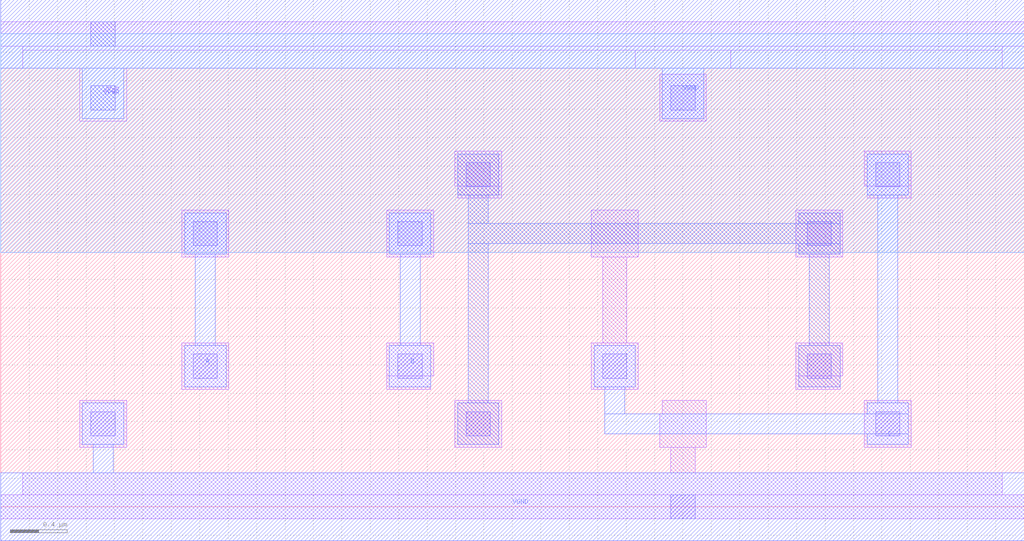
<source format=lef>
VERSION 5.7 ;
  NOWIREEXTENSIONATPIN ON ;
  DIVIDERCHAR "/" ;
  BUSBITCHARS "[]" ;
MACRO MARTIN1989
  CLASS CORE ;
  FOREIGN MARTIN1989 ;
  ORIGIN 0.000 0.000 ;
  SIZE 7.200 BY 3.330 ;
  SYMMETRY X Y ;
  SITE unit ;
  PIN A
    ANTENNAGATEAREA 0.189000 ;
    PORT
      LAYER met1 ;
        RECT 1.295 1.780 1.585 2.070 ;
        RECT 1.370 1.135 1.510 1.780 ;
        RECT 1.295 0.845 1.585 1.135 ;
    END
  END A
  PIN B
    ANTENNAGATEAREA 0.189000 ;
    PORT
      LAYER met1 ;
        RECT 2.735 1.780 3.025 2.070 ;
        RECT 2.810 1.135 2.950 1.780 ;
        RECT 2.735 0.845 3.025 1.135 ;
    END
  END B
  PIN C
    ANTENNAGATEAREA 0.189000 ;
    ANTENNADIFFAREA 1.031650 ;
    PORT
      LAYER met1 ;
        RECT 6.095 2.195 6.385 2.485 ;
        RECT 4.175 0.845 4.465 1.135 ;
        RECT 4.250 0.655 4.390 0.845 ;
        RECT 6.170 0.730 6.310 2.195 ;
        RECT 6.095 0.655 6.385 0.730 ;
        RECT 4.250 0.515 6.385 0.655 ;
        RECT 6.095 0.440 6.385 0.515 ;
    END
  END C
  PIN VGND
    ANTENNADIFFAREA 0.914200 ;
    PORT
      LAYER met1 ;
        RECT 0.575 0.440 0.865 0.730 ;
        RECT 0.650 0.240 0.790 0.440 ;
        RECT 0.000 -0.240 7.200 0.240 ;
    END
    PORT
      LAYER met1 ;
        RECT 0.000 3.090 7.200 3.570 ;
        RECT 0.575 2.735 0.865 3.090 ;
        RECT 4.655 2.735 4.945 3.090 ;
    END
  END VGND
  PIN VPWR
    ANTENNADIFFAREA 0.663600 ;
    PORT
      LAYER li1 ;
        RECT 0.000 3.245 7.200 3.415 ;
        RECT 0.155 3.215 7.045 3.245 ;
        RECT 0.155 3.090 4.465 3.215 ;
        RECT 5.135 3.090 7.045 3.215 ;
        RECT 0.555 2.715 0.885 3.090 ;
      LAYER mcon ;
        RECT 0.635 3.245 0.805 3.415 ;
        RECT 0.635 2.795 0.805 2.965 ;
    END
  END VPWR
  OBS
      LAYER nwell ;
        RECT 0.000 1.790 7.200 3.330 ;
      LAYER li1 ;
        RECT 4.635 2.715 4.965 3.045 ;
        RECT 3.195 2.260 3.525 2.505 ;
        RECT 6.075 2.260 6.405 2.505 ;
        RECT 3.215 2.175 3.525 2.260 ;
        RECT 6.095 2.175 6.405 2.260 ;
        RECT 1.275 1.760 1.605 2.090 ;
        RECT 2.715 1.760 3.045 2.090 ;
        RECT 4.155 1.760 4.485 2.090 ;
        RECT 5.595 1.760 5.925 2.090 ;
        RECT 4.235 1.155 4.405 1.760 ;
        RECT 1.275 0.825 1.605 1.155 ;
        RECT 2.715 0.920 3.045 1.155 ;
        RECT 2.715 0.825 3.025 0.920 ;
        RECT 4.155 0.825 4.485 1.155 ;
        RECT 5.595 0.920 5.925 1.155 ;
        RECT 5.595 0.825 5.905 0.920 ;
        RECT 0.555 0.420 0.885 0.750 ;
        RECT 3.195 0.420 3.525 0.750 ;
        RECT 4.655 0.655 4.965 0.750 ;
        RECT 4.635 0.420 4.965 0.655 ;
        RECT 6.075 0.420 6.405 0.750 ;
        RECT 4.715 0.240 4.885 0.420 ;
        RECT 0.155 0.085 7.045 0.240 ;
        RECT 0.000 -0.085 7.200 0.085 ;
      LAYER mcon ;
        RECT 4.715 2.795 4.885 2.965 ;
        RECT 3.275 2.255 3.445 2.425 ;
        RECT 6.155 2.255 6.325 2.425 ;
        RECT 1.355 1.840 1.525 2.010 ;
        RECT 2.795 1.840 2.965 2.010 ;
        RECT 5.675 1.840 5.845 2.010 ;
        RECT 1.355 0.905 1.525 1.075 ;
        RECT 2.795 0.905 2.965 1.075 ;
        RECT 4.235 0.905 4.405 1.075 ;
        RECT 5.675 0.905 5.845 1.075 ;
        RECT 0.635 0.500 0.805 0.670 ;
        RECT 3.275 0.500 3.445 0.670 ;
        RECT 6.155 0.500 6.325 0.670 ;
        RECT 4.715 -0.085 4.885 0.085 ;
      LAYER met1 ;
        RECT 3.215 2.195 3.505 2.485 ;
        RECT 3.290 1.995 3.430 2.195 ;
        RECT 5.615 1.995 5.905 2.070 ;
        RECT 3.290 1.855 5.905 1.995 ;
        RECT 3.290 0.730 3.430 1.855 ;
        RECT 5.615 1.780 5.905 1.855 ;
        RECT 5.690 1.135 5.830 1.780 ;
        RECT 5.615 0.845 5.905 1.135 ;
        RECT 3.215 0.440 3.505 0.730 ;
  END
END MARTIN1989
END LIBRARY


</source>
